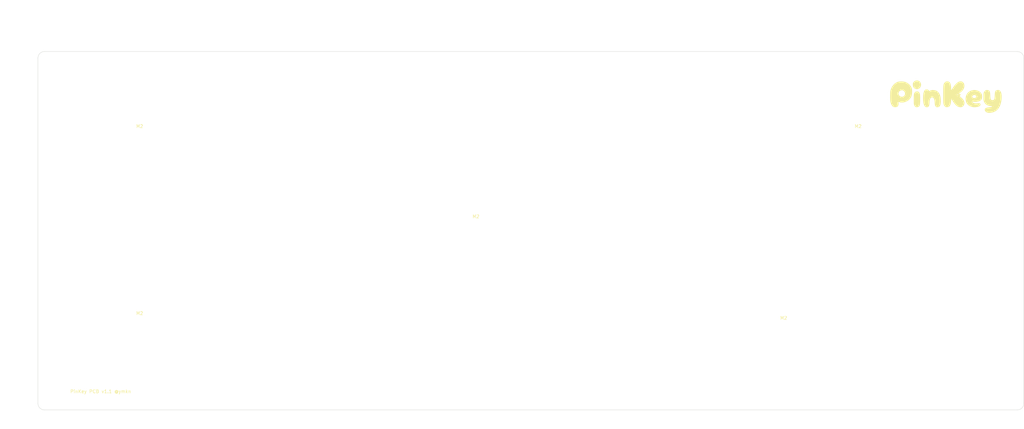
<source format=kicad_pcb>
(kicad_pcb (version 20221018) (generator pcbnew)
  (title_block (title "PinKey") (date "2023-10-08") (rev "v1.1") (company "@ymkn"))
  (layers (0 "F.Cu" signal) (31 "B.Cu" signal) (34 "B.Paste" user) (35 "F.Paste" user) (36 "B.SilkS" user "B.Silkscreen") (37 "F.SilkS" user "F.Silkscreen") (38 "B.Mask" user) (39 "F.Mask" user) (44 "Edge.Cuts" user))
  (net 0 "")
  (footprint "MountingHole:MountingHole_2.2mm_M2" (layer "F.Cu") (at 72.18 61.06)
    (fp_text reference "M2" (at 0 -3.2) (layer "F.SilkS"))
    (fp_text value "MountingHole_2.2mm_M2")
    (pad "" np_thru_hole circle (at 0 0) (size 2.2 2.2) (drill 2.2) (layers "F&B.Cu" "*.Mask"))
  )
  (footprint "MountingHole:MountingHole_2.2mm_M2" (layer "F.Cu") (at 174.68 88.56)
    (fp_text reference "M2" (at 0 -3.2) (layer "F.SilkS"))
    (fp_text value "MountingHole_2.2mm_M2")
    (pad "" np_thru_hole circle (at 0 0) (size 2.2 2.2) (drill 2.2) (layers "F&B.Cu" "*.Mask"))
  )
  (footprint "MountingHole:MountingHole_2.2mm_M2" (layer "F.Cu") (at 72.18 118.06)
    (fp_text reference "M2" (at 0 -3.2) (layer "F.SilkS"))
    (fp_text value "MountingHole_2.2mm_M2")
    (pad "" np_thru_hole circle (at 0 0) (size 2.2 2.2) (drill 2.2) (layers "F&B.Cu" "*.Mask"))
  )
  (footprint "MountingHole:MountingHole_2.2mm_M2" (layer "F.Cu") (at 272.18 116.06)
    (fp_text reference "M2" (at -3.702919 0.227621) (layer "F.SilkS"))
    (fp_text value "MountingHole_2.2mm_M2")
    (pad "" np_thru_hole circle (at 0 0) (size 2.2 2.2) (drill 2.2) (layers "F&B.Cu" "*.Mask"))
  )
  (footprint "logo:PinKey_logo" (layer "F.Cu") (at 320.03 48.77875)
    (fp_text reference "G***" (at 0 0) (layer "F.SilkS") (effects (font (size 1.5 1.5) (thickness 0.3))))
    (fp_text value "LOGO" hide)
    (fp_poly (pts (xy -10.624991 -4.873886) (xy -10.275158 -4.722613) (xy -9.980962 -4.47302) (xy -9.770034 -4.135014) (xy -9.670009 -3.718505) (xy -9.672884 -3.45311) (xy -9.786554 -3.007387) (xy -10.015999 -2.647026) (xy -10.333027 -2.389017) (xy -10.709447 -2.25035) (xy -11.117068 -2.248016) (xy -11.472333 -2.368647) (xy -11.819748 -2.600753) (xy -12.037119 -2.888075) (xy -12.14875 -3.270281) (xy -12.172635 -3.511615) (xy -12.17489 -3.853295) (xy -12.127007 -4.098518) (xy -12.028037 -4.297607) (xy -11.731984 -4.638699) (xy -11.381037 -4.841838) (xy -11.002828 -4.91693)) (fill solid) (layer "F.SilkS"))
    (fp_poly (pts (xy -10.625923 -1.513266) (xy -10.41522 -1.427803) (xy -10.266305 -1.280045) (xy -10.13203 -1.031136) (xy -10.065966 -0.873665) (xy -10.017951 -0.711553) (xy -9.985143 -0.51498) (xy -9.964699 -0.254124) (xy -9.953777 0.100834) (xy -9.949535 0.579716) (xy -9.949025 0.889) (xy -9.954261 1.54497) (xy -9.974255 2.053808) (xy -10.014631 2.437469) (xy -10.081011 2.717908) (xy -10.179017 2.917079) (xy -10.314273 3.056939) (xy -10.4924 3.159441) (xy -10.535234 3.178047) (xy -10.852565 3.281437) (xy -11.108061 3.281671) (xy -11.345333 3.19425) (xy -11.515873 3.052902) (xy -11.683684 2.828275) (xy -11.726333 2.750998) (xy -11.787053 2.613926) (xy -11.83141 2.462329) (xy -11.86191 2.268054) (xy -11.881055 2.002949) (xy -11.891348 1.638863) (xy -11.895293 1.147643) (xy -11.895667 0.846667) (xy -11.893948 0.281537) (xy -11.887124 -0.142444) (xy -11.872691 -0.453439) (xy -11.848144 -0.679614) (xy -11.810982 -0.849132) (xy -11.7587 -0.990158) (xy -11.726333 -1.058333) (xy -11.490111 -1.364733) (xy -11.168515 -1.529963) (xy -10.780621 -1.546138)) (fill solid) (layer "F.SilkS"))
    (fp_poly (pts (xy -7.6607 -2.13644) (xy -7.407035 -1.969627) (xy -7.293126 -1.812404) (xy -7.201579 -1.61148) (xy -6.881623 -1.800439) (xy -6.585323 -1.930172) (xy -6.233017 -1.984431) (xy -6.053667 -1.988796) (xy -5.427184 -1.915789) (xy -4.889658 -1.701557) (xy -4.444311 -1.350899) (xy -4.094366 -0.868615) (xy -3.843043 -0.259503) (xy -3.693565 0.471637) (xy -3.649153 1.320006) (xy -3.656183 1.582569) (xy -3.702201 2.153876) (xy -3.790557 2.581638) (xy -3.93039 2.888358) (xy -4.130836 3.096538) (xy -4.311093 3.195258) (xy -4.691472 3.286979) (xy -5.009589 3.226576) (xy -5.256315 3.022708) (xy -5.422519 2.684031) (xy -5.499073 2.219205) (xy -5.503202 2.064723) (xy -5.538044 1.420461) (xy -5.640352 0.910972) (xy -5.807336 0.542585) (xy -6.036207 0.321629) (xy -6.30097 0.254) (xy -6.597433 0.331827) (xy -6.82874 0.562315) (xy -6.992802 0.940972) (xy -7.087529 1.463308) (xy -7.112 1.996553) (xy -7.151712 2.508715) (xy -7.267599 2.896191) (xy -7.454786 3.146238) (xy -7.579083 3.217872) (xy -7.884656 3.292555) (xy -8.157609 3.244949) (xy -8.318034 3.16915) (xy -8.587581 2.929399) (xy -8.796211 2.535123) (xy -8.944194 1.985341) (xy -9.031795 1.279077) (xy -9.059333 0.454284) (xy -9.02715 -0.378165) (xy -8.930534 -1.054221) (xy -8.769384 -1.574125) (xy -8.543599 -1.938122) (xy -8.253078 -2.146454) (xy -7.958667 -2.201333)) (fill solid) (layer "F.SilkS"))
    (fp_poly (pts (xy 7.247018 -1.909179) (xy 7.799603 -1.712827) (xy 8.275891 -1.410557) (xy 8.647685 -1.020311) (xy 8.886789 -0.560031) (xy 8.888497 -0.554888) (xy 8.961072 -0.154697) (xy 8.946054 0.279835) (xy 8.850878 0.680016) (xy 8.728849 0.919842) (xy 8.425867 1.21159) (xy 7.999426 1.435782) (xy 7.48562 1.581576) (xy 6.920546 1.638129) (xy 6.434667 1.609009) (xy 6.173269 1.579176) (xy 5.989316 1.569314) (xy 5.934241 1.576455) (xy 5.95792 1.653425) (xy 6.05352 1.777838) (xy 6.334035 1.966377) (xy 6.753116 2.07094) (xy 7.301209 2.089619) (xy 7.53719 2.074169) (xy 7.883097 2.049954) (xy 8.103874 2.055107) (xy 8.241886 2.094101) (xy 8.326015 2.157444) (xy 8.455785 2.381846) (xy 8.429386 2.618515) (xy 8.256586 2.845974) (xy 7.947155 3.042747) (xy 7.917147 3.056363) (xy 7.52459 3.175861) (xy 7.036564 3.2464) (xy 6.52096 3.263609) (xy 6.045665 3.223117) (xy 5.87447 3.187872) (xy 5.217031 2.947648) (xy 4.688002 2.598317) (xy 4.29155 2.145552) (xy 4.031844 1.595029) (xy 3.91305 0.952423) (xy 3.911687 0.515477) (xy 3.98342 0.095027) (xy 5.928248 0.095027) (xy 6.020701 0.289808) (xy 6.244812 0.428498) (xy 6.307667 0.446734) (xy 6.498906 0.487388) (xy 6.638443 0.482212) (xy 6.814035 0.422152) (xy 6.903053 0.38532) (xy 7.129719 0.224075) (xy 7.206508 0.007458) (xy 7.130147 -0.227537) (xy 6.973187 -0.354033) (xy 6.73077 -0.444232) (xy 6.486485 -0.471687) (xy 6.402317 -0.457809) (xy 6.122907 -0.315587) (xy 5.9636 -0.11904) (xy 5.928248 0.095027) (xy 3.98342 0.095027) (xy 4.026666 -0.158456) (xy 4.28008 -0.74516) (xy 4.658555 -1.232422) (xy 5.148718 -1.608028) (xy 5.737192 -1.859767) (xy 6.410605 -1.975425) (xy 6.646333 -1.98167)) (fill solid) (layer "F.SilkS"))
    (fp_poly (pts (xy -15.226339 -4.585978) (xy -14.698101 -4.503726) (xy -14.393333 -4.412192) (xy -13.763721 -4.090353) (xy -13.228524 -3.661339) (xy -12.81059 -3.148316) (xy -12.532767 -2.574447) (xy -12.509954 -2.502676) (xy -12.43269 -2.088294) (xy -12.405991 -1.576068) (xy -12.427137 -1.028884) (xy -12.493411 -0.509631) (xy -12.602094 -0.081195) (xy -12.616272 -0.042958) (xy -12.92162 0.523396) (xy -13.352931 1.007499) (xy -13.881176 1.394578) (xy -14.477321 1.669858) (xy -15.112334 1.818565) (xy -15.757184 1.825924) (xy -16.146725 1.753687) (xy -16.587783 1.635257) (xy -16.538833 1.992381) (xy -16.536575 2.371237) (xy -16.620948 2.724334) (xy -16.775086 2.997038) (xy -16.877389 3.089053) (xy -17.166496 3.205676) (xy -17.533905 3.258231) (xy -17.897879 3.237979) (xy -18.014339 3.210579) (xy -18.306275 3.039522) (xy -18.573663 2.721952) (xy -18.80083 2.280457) (xy -18.934646 1.884274) (xy -18.998237 1.614993) (xy -19.043047 1.319819) (xy -19.071828 0.963657) (xy -19.087331 0.511412) (xy -19.092308 -0.072013) (xy -19.092333 -0.127) (xy -19.09006 -0.675409) (xy -19.085129 -0.898521) (xy -16.569769 -0.898521) (xy -16.491979 -0.538328) (xy -16.248489 -0.212571) (xy -16.208098 -0.175801) (xy -15.96286 0.001915) (xy -15.714237 0.075327) (xy -15.524921 0.084667) (xy -15.253833 0.062983) (xy -15.051926 -0.026558) (xy -14.850533 -0.2032) (xy -14.665135 -0.417362) (xy -14.581436 -0.620584) (xy -14.562667 -0.881777) (xy -14.584777 -1.155447) (xy -14.674139 -1.367651) (xy -14.852494 -1.588744) (xy -15.055091 -1.785359) (xy -15.235855 -1.878734) (xy -15.469554 -1.904703) (xy -15.512385 -1.905) (xy -15.933898 -1.834131) (xy -16.261191 -1.626155) (xy -16.481594 -1.292061) (xy -16.569769 -0.898521) (xy -19.085129 -0.898521) (xy -19.080884 -1.090564) (xy -19.061267 -1.408514) (xy -19.027674 -1.665304) (xy -18.976568 -1.896981) (xy -18.904413 -2.139592) (xy -18.890777 -2.181532) (xy -18.58501 -2.886596) (xy -18.168397 -3.496943) (xy -17.658859 -3.992951) (xy -17.074313 -4.355001) (xy -16.806333 -4.463928) (xy -16.347164 -4.567509) (xy -15.798263 -4.607716)) (fill solid) (layer "F.SilkS"))
    (fp_poly (pts (xy 2.796262 -4.55172) (xy 2.813 -4.544872) (xy 3.165487 -4.310508) (xy 3.406493 -3.953087) (xy 3.530282 -3.481808) (xy 3.540196 -3.378525) (xy 3.497561 -2.823566) (xy 3.294408 -2.287211) (xy 2.93943 -1.781622) (xy 2.441321 -1.318963) (xy 1.808772 -0.911399) (xy 1.757488 -0.884092) (xy 1.162918 -0.571655) (xy 1.622225 -0.325196) (xy 2.255977 0.066108) (xy 2.779386 0.495006) (xy 3.178923 0.945722) (xy 3.441057 1.402477) (xy 3.552259 1.849493) (xy 3.555205 1.928886) (xy 3.48847 2.414813) (xy 3.300346 2.801345) (xy 3.012463 3.079753) (xy 2.646448 3.24131) (xy 2.223929 3.277285) (xy 1.766533 3.178951) (xy 1.295888 2.937579) (xy 1.208383 2.876027) (xy 0.919626 2.617807) (xy 0.591826 2.251195) (xy 0.260042 1.820055) (xy -0.040661 1.368251) (xy -0.158989 1.165386) (xy -0.290824 0.942827) (xy -0.393862 0.796704) (xy -0.432566 0.76322) (xy -0.460933 0.840677) (xy -0.491793 1.048171) (xy -0.519839 1.346585) (xy -0.528142 1.467435) (xy -0.602636 2.057505) (xy -0.741604 2.543815) (xy -0.937076 2.904777) (xy -1.126125 3.087062) (xy -1.427158 3.213964) (xy -1.784754 3.269863) (xy -2.074333 3.245104) (xy -2.359944 3.087225) (xy -2.611129 2.786923) (xy -2.770703 2.463743) (xy -2.813007 2.338028) (xy -2.846666 2.190961) (xy -2.87264 2.002763) (xy -2.891888 1.75365) (xy -2.90537 1.423842) (xy -2.914045 0.993556) (xy -2.918873 0.443011) (xy -2.920813 -0.247576) (xy -2.921 -0.635) (xy -2.919896 -1.445669) (xy -2.914906 -2.106197) (xy -2.903515 -2.635772) (xy -2.88321 -3.053579) (xy -2.851473 -3.378807) (xy -2.805791 -3.630643) (xy -2.743648 -3.828272) (xy -2.662529 -3.990883) (xy -2.559919 -4.137663) (xy -2.443745 -4.27593) (xy -2.118027 -4.530123) (xy -1.736094 -4.63049) (xy -1.323495 -4.571488) (xy -1.234917 -4.538153) (xy -0.977134 -4.368959) (xy -0.781665 -4.093794) (xy -0.641953 -3.696364) (xy -0.551441 -3.160371) (xy -0.517387 -2.755161) (xy -0.465667 -1.905) (xy -0.053402 -2.54) (xy 0.47792 -3.292652) (xy 0.98609 -3.877937) (xy 1.471559 -4.296172) (xy 1.934778 -4.547671) (xy 2.376195 -4.632749)) (fill solid) (layer "F.SilkS"))
    (fp_poly (pts (xy 14.207588 -1.901757) (xy 14.495327 -1.636525) (xy 14.642589 -1.398714) (xy 14.79594 -0.961239) (xy 14.880373 -0.406097) (xy 14.89862 0.230948) (xy 14.853418 0.914136) (xy 14.747499 1.607707) (xy 14.583598 2.275898) (xy 14.36445 2.88295) (xy 14.305291 3.01274) (xy 13.907753 3.665324) (xy 13.402047 4.19595) (xy 12.801914 4.594051) (xy 12.121099 4.849064) (xy 11.841641 4.906652) (xy 11.422086 4.965163) (xy 11.102238 4.98154) (xy 10.817848 4.955982) (xy 10.593731 4.910491) (xy 10.228282 4.767464) (xy 9.957415 4.551256) (xy 9.791484 4.291275) (xy 9.740844 4.016933) (xy 9.815849 3.757638) (xy 10.026855 3.542801) (xy 10.097726 3.501722) (xy 10.313862 3.426006) (xy 10.635907 3.355161) (xy 11.000655 3.302606) (xy 11.066185 3.296104) (xy 11.414783 3.251219) (xy 11.715539 3.189302) (xy 11.914166 3.122107) (xy 11.939998 3.10693) (xy 12.025077 3.037847) (xy 12.019182 2.993259) (xy 11.897626 2.960088) (xy 11.63572 2.925257) (xy 11.586063 2.91946) (xy 10.929346 2.799496) (xy 10.408512 2.60128) (xy 10.003558 2.312685) (xy 9.694479 1.921586) (xy 9.578271 1.702389) (xy 9.487226 1.495846) (xy 9.424987 1.307426) (xy 9.386138 1.097754) (xy 9.36526 0.827451) (xy 9.356934 0.45714) (xy 9.355667 0.084667) (xy 9.357844 -0.384636) (xy 9.367765 -0.721158) (xy 9.390515 -0.96143) (xy 9.43118 -1.141986) (xy 9.494845 -1.299355) (xy 9.567333 -1.435925) (xy 9.836804 -1.779984) (xy 10.167993 -1.969771) (xy 10.550901 -2.000849) (xy 10.746133 -1.959294) (xy 10.977959 -1.868514) (xy 11.147957 -1.738343) (xy 11.267033 -1.542615) (xy 11.34609 -1.255161) (xy 11.396032 -0.849815) (xy 11.42668 -0.32608) (xy 11.45729 0.201755) (xy 11.504479 0.583155) (xy 11.579126 0.840922) (xy 11.692108 0.99786) (xy 11.854303 1.076769) (xy 12.076591 1.100453) (xy 12.107333 1.100667) (xy 12.337445 1.082122) (xy 12.506075 1.011302) (xy 12.624005 0.865428) (xy 12.702013 0.621723) (xy 12.750881 0.257408) (xy 12.781387 -0.250295) (xy 12.784667 -0.330543) (xy 12.814367 -0.870016) (xy 12.861967 -1.266707) (xy 12.938418 -1.547026) (xy 13.054672 -1.737381) (xy 13.221678 -1.864184) (xy 13.450388 -1.953841) (xy 13.458846 -1.956392) (xy 13.862883 -2.008007)) (fill solid) (layer "F.SilkS"))
  )
  (footprint "MountingHole:MountingHole_2.2mm_M2" (layer "F.Cu") (at 291.18 61.06)
    (fp_text reference "M2" (at 0 -3.2) (layer "F.SilkS"))
    (fp_text value "MountingHole_2.2mm_M2")
    (pad "" np_thru_hole circle (at 0 0) (size 2.2 2.2) (drill 2.2) (layers "F&B.Cu" "*.Mask"))
  )
  (gr_arc (start 339.68 35.06) (mid 341.094214 35.645786) (end 341.679976 37.06) (stroke (width 0.1)) (layer "Edge.Cuts"))
  (gr_arc (start 41.18 37.06) (mid 41.765786 35.645786) (end 43.18 35.06) (stroke (width 0.1)) (layer "Edge.Cuts"))
  (gr_line (start 43.18 35.06) (end 339.68 35.06) (stroke (width 0.1)) (layer "Edge.Cuts"))
  (gr_arc (start 43.18 144.31) (mid 41.765786 143.724214) (end 41.18 142.31) (stroke (width 0.1)) (layer "Edge.Cuts"))
  (gr_line (start 41.18 142.31) (end 41.18 37.06) (stroke (width 0.1)) (layer "Edge.Cuts"))
  (gr_line (start 339.68 144.31) (end 43.18 144.31) (stroke (width 0.1)) (layer "Edge.Cuts"))
  (gr_line (start 341.68 37.06) (end 341.68 142.31) (stroke (width 0.1)) (layer "Edge.Cuts"))
  (gr_arc (start 341.68 142.31) (mid 341.094214 143.724214) (end 339.68 144.31) (stroke (width 0.1)) (layer "Edge.Cuts"))
  (gr_text "PinKey PCB v1.1 @ymkn" (at 50.94875 139.26625) (layer "F.SilkS") (effects (font (size 1 1)) (justify left bottom)))
)
</source>
